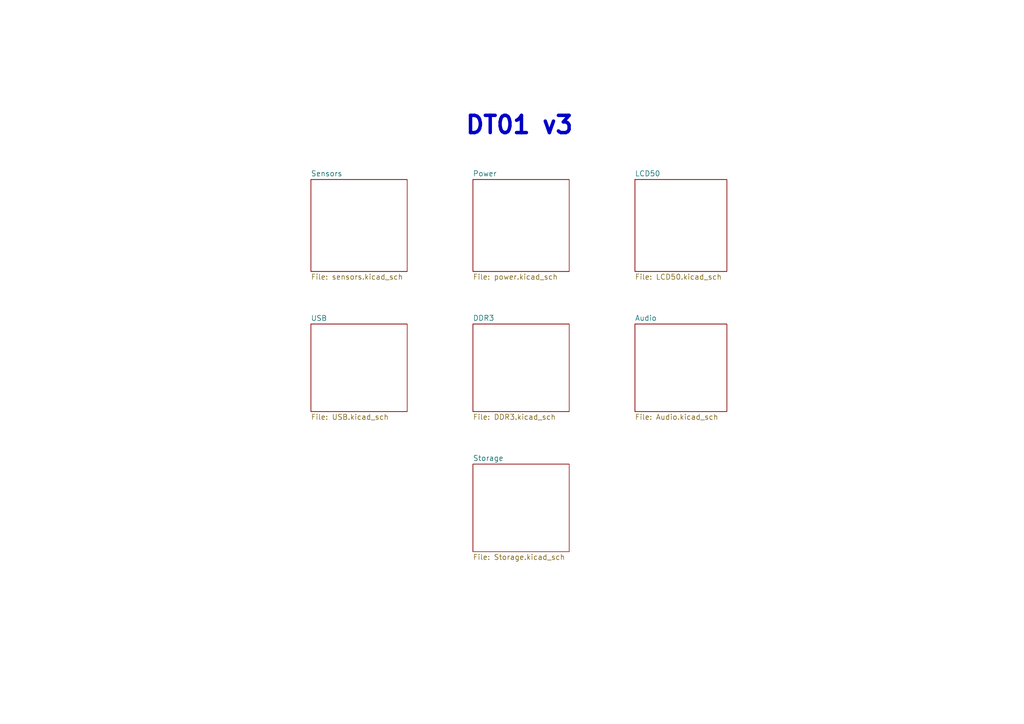
<source format=kicad_sch>
(kicad_sch (version 20230121) (generator eeschema)
  (paper "A4")
  (lib_symbols)
  (text "DT01 v3" (at 134.62 39.37 0) (effects (font (size 5.0038 5.0038) (thickness 1.0008) bold) (justify left bottom)))
  (sheet (at 137.16 52.07) (size 27.94 26.67)
    (property "Sheetname" "Power" (at 137.16 51.2314 0) (effects (font (size 1.524 1.524)) (justify left bottom)))
    (property "Sheetfile" "power.kicad_sch" (at 137.16 79.4262 0) (effects (font (size 1.524 1.524)) (justify left top)))
  )
  (sheet (at 184.15 93.98) (size 26.67 25.4)
    (property "Sheetname" "Audio" (at 184.15 93.1414 0) (effects (font (size 1.524 1.524)) (justify left bottom)))
    (property "Sheetfile" "Audio.kicad_sch" (at 184.15 120.0662 0) (effects (font (size 1.524 1.524)) (justify left top)))
  )
  (sheet (at 90.17 93.98) (size 27.94 25.4)
    (property "Sheetname" "USB" (at 90.17 93.1541 0) (effects (font (size 1.4986 1.4986)) (justify left bottom)))
    (property "Sheetfile" "USB.kicad_sch" (at 90.17 120.0662 0) (effects (font (size 1.524 1.524)) (justify left top)))
  )
  (sheet (at 90.17 52.07) (size 27.94 26.67)
    (property "Sheetname" "Sensors" (at 90.17 51.2314 0) (effects (font (size 1.524 1.524)) (justify left bottom)))
    (property "Sheetfile" "sensors.kicad_sch" (at 90.17 79.4262 0) (effects (font (size 1.524 1.524)) (justify left top)))
  )
  (sheet (at 137.16 93.98) (size 27.94 25.4)
    (property "Sheetname" "DDR3" (at 137.16 93.1414 0) (effects (font (size 1.524 1.524)) (justify left bottom)))
    (property "Sheetfile" "DDR3.kicad_sch" (at 137.16 120.0662 0) (effects (font (size 1.524 1.524)) (justify left top)))
  )
  (sheet (at 184.15 52.07) (size 26.67 26.67)
    (property "Sheetname" "LCD50" (at 184.15 51.2314 0) (effects (font (size 1.524 1.524)) (justify left bottom)))
    (property "Sheetfile" "LCD50.kicad_sch" (at 184.15 79.4262 0) (effects (font (size 1.524 1.524)) (justify left top)))
  )
  (sheet (at 137.16 134.62) (size 27.94 25.4)
    (property "Sheetname" "Storage" (at 137.16 133.7814 0) (effects (font (size 1.524 1.524)) (justify left bottom)))
    (property "Sheetfile" "Storage.kicad_sch" (at 137.16 160.7062 0) (effects (font (size 1.524 1.524)) (justify left top)))
  )
)
</source>
